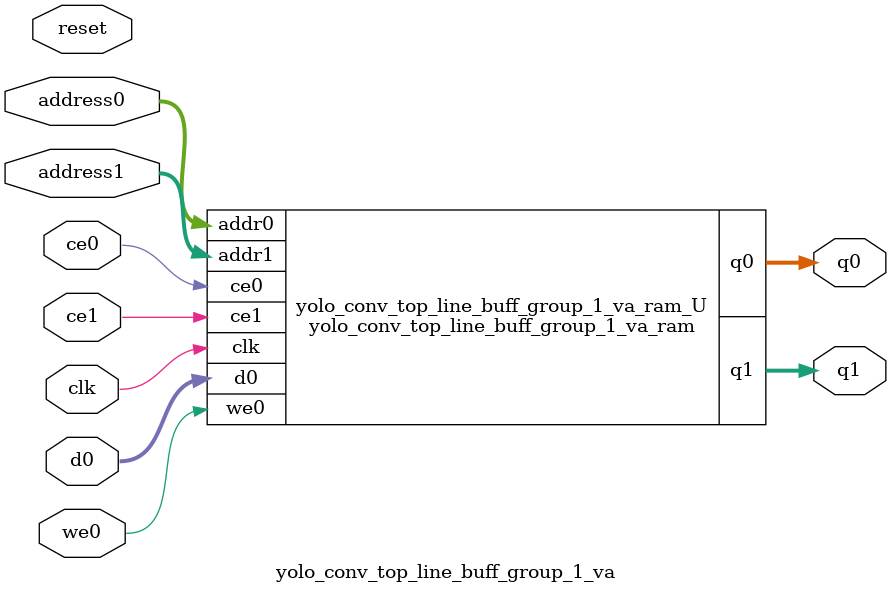
<source format=v>
`timescale 1 ns / 1 ps
module yolo_conv_top_line_buff_group_1_va_ram (addr0, ce0, d0, we0, q0, addr1, ce1, q1,  clk);

parameter DWIDTH = 16;
parameter AWIDTH = 9;
parameter MEM_SIZE = 418;

input[AWIDTH-1:0] addr0;
input ce0;
input[DWIDTH-1:0] d0;
input we0;
output reg[DWIDTH-1:0] q0;
input[AWIDTH-1:0] addr1;
input ce1;
output reg[DWIDTH-1:0] q1;
input clk;

(* ram_style = "block" *)reg [DWIDTH-1:0] ram[0:MEM_SIZE-1];




always @(posedge clk)  
begin 
    if (ce0) 
    begin
        if (we0) 
        begin 
            ram[addr0] <= d0; 
        end 
        q0 <= ram[addr0];
    end
end


always @(posedge clk)  
begin 
    if (ce1) 
    begin
        q1 <= ram[addr1];
    end
end


endmodule

`timescale 1 ns / 1 ps
module yolo_conv_top_line_buff_group_1_va(
    reset,
    clk,
    address0,
    ce0,
    we0,
    d0,
    q0,
    address1,
    ce1,
    q1);

parameter DataWidth = 32'd16;
parameter AddressRange = 32'd418;
parameter AddressWidth = 32'd9;
input reset;
input clk;
input[AddressWidth - 1:0] address0;
input ce0;
input we0;
input[DataWidth - 1:0] d0;
output[DataWidth - 1:0] q0;
input[AddressWidth - 1:0] address1;
input ce1;
output[DataWidth - 1:0] q1;



yolo_conv_top_line_buff_group_1_va_ram yolo_conv_top_line_buff_group_1_va_ram_U(
    .clk( clk ),
    .addr0( address0 ),
    .ce0( ce0 ),
    .we0( we0 ),
    .d0( d0 ),
    .q0( q0 ),
    .addr1( address1 ),
    .ce1( ce1 ),
    .q1( q1 ));

endmodule


</source>
